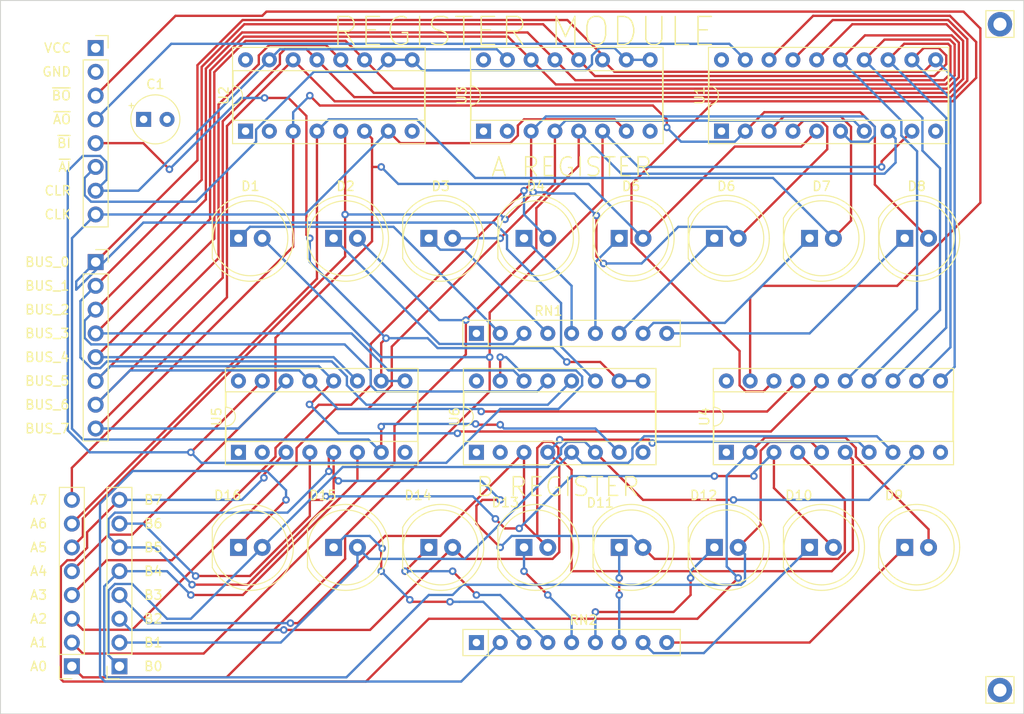
<source format=kicad_pcb>
(kicad_pcb (version 20221018) (generator pcbnew)
  (title_block (title "8bc Clock Module") (date "2023-02-28") (rev "1.0"))
  (layers (0 "F.Cu" signal) (1 "In1.Cu" power "GND") (2 "In2.Cu" power "VCC") (31 "B.Cu" signal) (34 "B.Paste" user) (35 "F.Paste" user) (36 "B.SilkS" user "B.Silkscreen") (37 "F.SilkS" user "F.Silkscreen") (38 "B.Mask" user) (39 "F.Mask" user) (44 "Edge.Cuts" user))
  (net 0 "")
  (net 1 "+5V")
  (net 2 "GND")
  (net 3 "Net-(D1-K)")
  (net 4 "BUS_0")
  (net 5 "Net-(D2-K)")
  (net 6 "BUS_1")
  (net 7 "Net-(D3-K)")
  (net 8 "BUS_2")
  (net 9 "Net-(D4-K)")
  (net 10 "BUS_3")
  (net 11 "Net-(D5-K)")
  (net 12 "BUS_4")
  (net 13 "Net-(D6-K)")
  (net 14 "BUS_5")
  (net 15 "Net-(D7-K)")
  (net 16 "BUS_6")
  (net 17 "Net-(D8-K)")
  (net 18 "BUS_7")
  (net 19 "Net-(D9-K)")
  (net 20 "Net-(D10-K)")
  (net 21 "Net-(D11-K)")
  (net 22 "Net-(D12-K)")
  (net 23 "Net-(D13-K)")
  (net 24 "Net-(D14-K)")
  (net 25 "Net-(D15-K)")
  (net 26 "Net-(D16-K)")
  (net 27 "~{BO}")
  (net 28 "~{AO}")
  (net 29 "~{BI}")
  (net 30 "~{AI}")
  (net 31 "CLR")
  (net 32 "CLK")
  (net 33 "A0")
  (net 34 "A1")
  (net 35 "A2")
  (net 36 "A3")
  (net 37 "A4")
  (net 38 "A5")
  (net 39 "A6")
  (net 40 "A7")
  (net 41 "B7")
  (net 42 "B6")
  (net 43 "B5")
  (net 44 "B4")
  (net 45 "B3")
  (net 46 "B2")
  (net 47 "B1")
  (net 48 "B0")
  (footprint "LED_THT:LED_D8.0mm" (layer "F.Cu") (at 116.84 60.96)
    (fp_text reference "D1")
    (fp_text value "RED")
  )
  (footprint "Package_DIP:DIP-16_W7.62mm_Socket" (layer "F.Cu") (at 142.24 83.82 90)
    (fp_text reference "U6")
    (fp_text value "74LS173")
  )
  (footprint "LED_THT:LED_D8.0mm" (layer "F.Cu") (at 137.16 60.96)
    (fp_text reference "D3")
    (fp_text value "RED")
  )
  (footprint "Package_DIP:DIP-16_W7.62mm_Socket" (layer "F.Cu") (at 117.6 49.52 90)
    (fp_text reference "U2")
    (fp_text value "74LS173")
  )
  (footprint "Package_DIP:DIP-20_W7.62mm_Socket" (layer "F.Cu") (at 168.4 49.52 90)
    (fp_text reference "U1")
    (fp_text value "74LS245")
  )
  (footprint "Connector_PinSocket_2.54mm:PinSocket_1x08_P2.54mm_Vertical" (layer "F.Cu") (at 99.06 106.68 180)
    (fp_text reference "J3" hide)
    (fp_text value "Conn_01x08_Pin" hide)
  )
  (footprint "LED_THT:LED_D8.0mm" (layer "F.Cu") (at 167.64 60.96)
    (fp_text reference "D6")
    (fp_text value "RED")
  )
  (footprint "Package_DIP:DIP-16_W7.62mm_Socket" (layer "F.Cu") (at 143 49.52 90)
    (fp_text reference "U3")
    (fp_text value "74LS173")
  )
  (footprint "Package_DIP:DIP-16_W7.62mm_Socket" (layer "F.Cu") (at 116.84 83.82 90)
    (fp_text reference "U5")
    (fp_text value "74LS173")
  )
  (footprint "LED_THT:LED_D8.0mm" (layer "F.Cu") (at 187.96 93.98)
    (fp_text reference "D9")
    (fp_text value "RED")
  )
  (footprint "Connector_PinSocket_2.54mm:PinSocket_1x08_P2.54mm_Vertical" (layer "F.Cu") (at 101.6 40.64)
    (fp_text reference "J2" hide)
    (fp_text value "Conn_01x08_Pin" hide)
  )
  (footprint "Connector_PinSocket_2.54mm:PinSocket_1x08_P2.54mm_Vertical" (layer "F.Cu") (at 104.14 106.68 180)
    (fp_text reference "J4" hide)
    (fp_text value "Conn_01x08_Pin" hide)
  )
  (footprint "LED_THT:LED_D8.0mm" (layer "F.Cu") (at 167.64 93.98)
    (fp_text reference "D12")
    (fp_text value "RED")
  )
  (footprint "LED_THT:LED_D8.0mm" (layer "F.Cu") (at 116.84 93.98)
    (fp_text reference "D16")
    (fp_text value "RED")
  )
  (footprint "LED_THT:LED_D8.0mm" (layer "F.Cu") (at 137.16 93.98)
    (fp_text reference "D14")
    (fp_text value "RED")
  )
  (footprint "LED_THT:LED_D8.0mm" (layer "F.Cu") (at 157.48 60.96)
    (fp_text reference "D5")
    (fp_text value "RED")
  )
  (footprint "LED_THT:LED_D8.0mm" (layer "F.Cu") (at 127 93.98)
    (fp_text reference "D15")
    (fp_text value "RED")
  )
  (footprint "Resistor_THT:R_Array_SIP9" (layer "F.Cu") (at 142.24 104.14)
    (fp_text reference "RN2")
    (fp_text value "220")
  )
  (footprint "LED_THT:LED_D8.0mm" (layer "F.Cu") (at 187.96 60.96)
    (fp_text reference "D8")
    (fp_text value "RED")
  )
  (footprint "Resistor_THT:R_Array_SIP9" (layer "F.Cu") (at 142.24 71.12)
    (fp_text reference "RN1")
    (fp_text value "220")
  )
  (footprint "Connector_PinSocket_2.54mm:PinSocket_1x08_P2.54mm_Vertical" (layer "F.Cu") (at 101.6 63.5)
    (fp_text reference "J1" hide)
    (fp_text value "Conn_01x08_Pin" hide)
  )
  (footprint "LED_THT:LED_D8.0mm" (layer "F.Cu") (at 147.32 60.96)
    (fp_text reference "D4")
    (fp_text value "RED")
  )
  (footprint "Connector_Pin:Pin_D1.4mm_L8.5mm_W2.8mm_FlatFork" (layer "F.Cu") (at 198.12 38.1 180)
    (fp_text reference "REF**" hide)
    (fp_text value "Pin_D1.4mm_L8.5mm_W2.8mm_FlatFork" hide)
  )
  (footprint "Connector_Pin:Pin_D1.4mm_L8.5mm_W2.8mm_FlatFork" (layer "F.Cu") (at 198.12 109.22 180)
    (fp_text reference "REF**" hide)
    (fp_text value "Pin_D1.4mm_L8.5mm_W2.8mm_FlatFork" hide)
  )
  (footprint "Capacitor_THT:CP_Radial_Tantal_D5.0mm_P2.50mm" (layer "F.Cu") (at 106.72 48.26)
    (fp_text reference "C1")
    (fp_text value "0.1uF")
  )
  (footprint "Package_DIP:DIP-20_W7.62mm_Socket" (layer "F.Cu") (at 168.915 83.82 90)
    (fp_text reference "U4")
    (fp_text value "74LS245")
  )
  (footprint "LED_THT:LED_D8.0mm" (layer "F.Cu") (at 147.32 93.98)
    (fp_text reference "D13")
    (fp_text value "RED")
  )
  (footprint "LED_THT:LED_D8.0mm" (layer "F.Cu") (at 177.8 60.96)
    (fp_text reference "D7")
    (fp_text value "RED")
  )
  (footprint "LED_THT:LED_D8.0mm" (layer "F.Cu") (at 177.8 93.98)
    (fp_text reference "D10")
    (fp_text value "RED")
  )
  (footprint "LED_THT:LED_D8.0mm" (layer "F.Cu") (at 127 60.96)
    (fp_text reference "D2")
    (fp_text value "RED")
  )
  (footprint "LED_THT:LED_D8.0mm" (layer "F.Cu") (at 157.48 93.98)
    (fp_text reference "D11")
    (fp_text value "RED")
  )
  (gr_rect (start 91.44 35.56) (end 200.66 111.76) (stroke (width 0.1)) (fill none) (layer "Edge.Cuts"))
  (gr_text "A5" (at 96.52 93.98) (layer "F.SilkS") (effects (font (size 1 1)) (justify right)))
  (gr_text "B6" (at 106.68 91.44) (layer "F.SilkS") (effects (font (size 1 1)) (justify left)))
  (gr_text "A3" (at 96.52 99.06) (layer "F.SilkS") (effects (font (size 1 1)) (justify right)))
  (gr_text "CLR" (at 99.06 55.88) (layer "F.SilkS") (effects (font (size 1 1)) (justify right)))
  (gr_text "BUS_4" (at 93.98 73.66) (layer "F.SilkS") (effects (font (size 1 1)) (justify left)))
  (gr_text "BUS_6" (at 93.98 78.74) (layer "F.SilkS") (effects (font (size 1 1)) (justify left)))
  (gr_text "B0" (at 106.68 106.68) (layer "F.SilkS") (effects (font (size 1 1)) (justify left)))
  (gr_text "BUS_1" (at 93.98 66.04) (layer "F.SilkS") (effects (font (size 1 1)) (justify left)))
  (gr_text "A7" (at 96.52 88.9) (layer "F.SilkS") (effects (font (size 1 1)) (justify right)))
  (gr_text "B REGISTER" (at 150.942705 87.507266) (layer "F.SilkS") (effects (font (size 2 2))))
  (gr_text "BUS_3" (at 93.98 71.12) (layer "F.SilkS") (effects (font (size 1 1)) (justify left)))
  (gr_text "B5" (at 106.68 93.98) (layer "F.SilkS") (effects (font (size 1 1)) (justify left)))
  (gr_text "CLK" (at 99.06 58.42) (layer "F.SilkS") (effects (font (size 1 1)) (justify right)))
  (gr_text "B7" (at 106.68 88.9) (layer "F.SilkS") (effects (font (size 1 1)) (justify left)))
  (gr_text "~{AI}" (at 99.06 53.34) (layer "F.SilkS") (effects (font (size 1 1)) (justify right)))
  (gr_text "BUS_2" (at 93.98 68.58) (layer "F.SilkS") (effects (font (size 1 1)) (justify left)))
  (gr_text "BUS_5" (at 93.98 76.2) (layer "F.SilkS") (effects (font (size 1 1)) (justify left)))
  (gr_text "B2" (at 106.68 101.6) (layer "F.SilkS") (effects (font (size 1 1)) (justify left)))
  (gr_text "A6" (at 96.52 91.44) (layer "F.SilkS") (effects (font (size 1 1)) (justify right)))
  (gr_text "A1" (at 96.52 104.14) (layer "F.SilkS") (effects (font (size 1 1)) (justify right)))
  (gr_text "B3" (at 106.68 99.06) (layer "F.SilkS") (effects (font (size 1 1)) (justify left)))
  (gr_text "BUS_0" (at 93.98 63.5) (layer "F.SilkS") (effects (font (size 1 1)) (justify left)))
  (gr_text "A0" (at 96.52 106.68) (layer "F.SilkS") (effects (font (size 1 1)) (justify right)))
  (gr_text "~{BI}" (at 99.06 50.8) (layer "F.SilkS") (effects (font (size 1 1)) (justify right)))
  (gr_text "A4" (at 96.52 96.52) (layer "F.SilkS") (effects (font (size 1 1)) (justify right)))
  (gr_text "REGISTER MODULE" (at 147.32 40.64) (layer "F.SilkS") (effects (font (size 3 3)) (justify bottom)))
  (gr_text "B4" (at 106.68 96.52) (layer "F.SilkS") (effects (font (size 1 1)) (justify left)))
  (gr_text "B1" (at 106.68 104.14) (layer "F.SilkS") (effects (font (size 1 1)) (justify left)))
  (gr_text "GND" (at 99.06 43.18) (layer "F.SilkS") (effects (font (size 1 1)) (justify right)))
  (gr_text "A REGISTER" (at 152.4 53.34) (layer "F.SilkS") (effects (font (size 2 2))))
  (gr_text "BUS_7" (at 93.98 81.28) (layer "F.SilkS") (effects (font (size 1 1)) (justify left)))
  (gr_text "VCC\n" (at 99.06 40.64) (layer "F.SilkS") (effects (font (size 1 1)) (justify right)))
  (gr_text "A2" (at 96.52 101.6) (layer "F.SilkS") (effects (font (size 1 1)) (justify right)))
  (gr_text "~{BO}" (at 99.06 45.72) (layer "F.SilkS") (effects (font (size 1 1)) (justify right)))
  (gr_text "~{AO}" (at 99.06 48.26) (layer "F.SilkS") (effects (font (size 1 1)) (justify right)))
  (segment (start 133.395 59.735) (end 118.065 59.735) (width 0.25) (layer "B.Cu") (net 3))
  (segment (start 118.065 59.735) (end 116.84 60.96) (width 0.25) (layer "B.Cu") (net 3))
  (segment (start 144.78 71.12) (end 133.395 59.735) (width 0.25) (layer "B.Cu") (net 3))
  (segment (start 155.7 41.9) (end 156.98 43.18) (width 0.25) (layer "F.Cu") (net 4))
  (segment (start 101.6 63.5) (end 112.465 52.635) (width 0.25) (layer "F.Cu") (net 4))
  (segment (start 112.465 52.635) (end 112.465 42.469416) (width 0.25) (layer "F.Cu") (net 4))
  (segment (start 155.7 41.4) (end 155.7 41.9) (width 0.25) (layer "F.Cu") (net 4))
  (segment (start 117.284416 37.65) (end 151.95 37.65) (width 0.25) (layer "F.Cu") (net 4))
  (segment (start 156.98 43.18) (end 189.98 43.18) (width 0.25) (layer "F.Cu") (net 4))
  (segment (start 112.465 42.469416) (end 117.284416 37.65) (width 0.25) (layer "F.Cu") (net 4))
  (segment (start 151.95 37.65) (end 155.7 41.4) (width 0.25) (layer "F.Cu") (net 4))
  (segment (start 189.98 43.18) (end 191.26 41.9) (width 0.25) (layer "F.Cu") (net 4))
  (segment (start 144.130305 59.285) (end 145.505 60.659695) (width 0.25) (layer "B.Cu") (net 4))
  (segment (start 193.285 43.925) (end 191.26 41.9) (width 0.25) (layer "B.Cu") (net 4))
  (segment (start 151.275 72.535) (end 154.94 76.2) (width 0.25) (layer "B.Cu") (net 4))
  (segment (start 106.693299 59.285) (end 144.130305 59.285) (width 0.25) (layer "B.Cu") (net 4))
  (segment (start 99.525 66.453299) (end 106.693299 59.285) (width 0.25) (layer "B.Cu") (net 4))
  (segment (start 99.525 65.575) (end 99.525 66.453299) (width 0.25) (layer "B.Cu") (net 4))
  (segment (start 145.505 60.659695) (end 145.505 62.109695) (width 0.25) (layer "B.Cu") (net 4))
  (segment (start 151.275 67.879695) (end 151.275 72.535) (width 0.25) (layer "B.Cu") (net 4))
  (segment (start 191.775 76.2) (end 193.285 74.69) (width 0.25) (layer "B.Cu") (net 4))
  (segment (start 145.505 62.109695) (end 151.275 67.879695) (width 0.25) (layer "B.Cu") (net 4))
  (segment (start 193.285 74.69) (end 193.285 43.925) (width 0.25) (layer "B.Cu") (net 4))
  (segment (start 101.6 63.5) (end 99.525 65.575) (width 0.25) (layer "B.Cu") (net 4))
  (segment (start 146.195 72.245) (end 138.285 72.245) (width 0.25) (layer "B.Cu") (net 5))
  (segment (start 147.32 71.12) (end 146.195 72.245) (width 0.25) (layer "B.Cu") (net 5))
  (segment (start 138.285 72.245) (end 127 60.96) (width 0.25) (layer "B.Cu") (net 5))
  (segment (start 191.120991 43.63) (end 192.385 42.365991) (width 0.25) (layer "F.Cu") (net 6))
  (segment (start 112.915 42.655812) (end 117.470812 38.1) (width 0.25) (layer "F.Cu") (net 6))
  (segment (start 112.915 54.725) (end 112.915 42.655812) (width 0.25) (layer "F.Cu") (net 6))
  (segment (start 189.98 40.64) (end 188.72 41.9) (width 0.25) (layer "F.Cu") (net 6))
  (segment (start 191.590991 40.64) (end 189.98 40.64) (width 0.25) (layer "F.Cu") (net 6))
  (segment (start 154.89 43.63) (end 191.120991 43.63) (width 0.25) (layer "F.Cu") (net 6))
  (segment (start 192.385 42.365991) (end 192.385 41.434009) (width 0.25) (layer "F.Cu") (net 6))
  (segment (start 192.385 41.434009) (end 191.590991 40.64) (width 0.25) (layer "F.Cu") (net 6))
  (segment (start 117.470812 38.1) (end 149.36 38.1) (width 0.25) (layer "F.Cu") (net 6))
  (segment (start 149.36 38.1) (end 153.16 41.9) (width 0.25) (layer "F.Cu") (net 6))
  (segment (start 153.16 41.9) (end 154.89 43.63) (width 0.25) (layer "F.Cu") (net 6))
  (segment (start 101.6 66.04) (end 112.915 54.725) (width 0.25) (layer "F.Cu") (net 6))
  (segment (start 149.86 78.74) (end 152.4 76.2) (width 0.25) (layer "B.Cu") (net 6))
  (segment (start 101.113299 74.835) (end 102.086701 74.835) (width 0.25) (layer "B.Cu") (net 6))
  (segment (start 99.975 67.665) (end 99.975 73.696701) (width 0.25) (layer "B.Cu") (net 6))
  (segment (start 128.415 75.734009) (end 128.415 76.665991) (width 0.25) (layer "B.Cu") (net 6))
  (segment (start 126.790991 74.11) (end 128.415 75.734009) (width 0.25) (layer "B.Cu") (net 6))
  (segment (start 192.835 72.6) (end 189.235 76.2) (width 0.25) (layer "B.Cu") (net 6))
  (segment (start 102.811701 74.11) (end 126.790991 74.11) (width 0.25) (layer "B.Cu") (net 6))
  (segment (start 102.086701 74.835) (end 102.811701 74.11) (width 0.25) (layer "B.Cu") (net 6))
  (segment (start 99.975 73.696701) (end 101.113299 74.835) (width 0.25) (layer "B.Cu") (net 6))
  (segment (start 192.835 46.015) (end 192.835 72.6) (width 0.25) (layer "B.Cu") (net 6))
  (segment (start 188.72 41.9) (end 192.835 46.015) (width 0.25) (layer "B.Cu") (net 6))
  (segment (start 128.415 76.665991) (end 130.489009 78.74) (width 0.25) (layer "B.Cu") (net 6))
  (segment (start 130.489009 78.74) (end 149.86 78.74) (width 0.25) (layer "B.Cu") (net 6))
  (segment (start 101.6 66.04) (end 99.975 67.665) (width 0.25) (layer "B.Cu") (net 6))
  (segment (start 140.925 62.185) (end 138.385 62.185) (width 0.25) (layer "B.Cu") (net 7))
  (segment (start 149.86 71.12) (end 140.925 62.185) (width 0.25) (layer "B.Cu") (net 7))
  (segment (start 138.385 62.185) (end 137.16 60.96) (width 0.25) (layer "B.Cu") (net 7))
  (segment (start 147.695 38.975) (end 150.62 41.9) (width 0.25) (layer "F.Cu") (net 8))
  (segment (start 150.62 41.9) (end 152.8 44.08) (width 0.25) (layer "F.Cu") (net 8))
  (segment (start 192.59 40.19) (end 187.89 40.19) (width 0.25) (layer "F.Cu") (net 8))
  (segment (start 113.365 42.842208) (end 117.232208 38.975) (width 0.25) (layer "F.Cu") (net 8))
  (segment (start 113.365 56.815) (end 113.365 42.842208) (width 0.25) (layer "F.Cu") (net 8))
  (segment (start 187.89 40.19) (end 186.18 41.9) (width 0.25) (layer "F.Cu") (net 8))
  (segment (start 192.14 44.08) (end 192.835 43.385) (width 0.25) (layer "F.Cu") (net 8))
  (segment (start 192.835 40.435) (end 192.59 40.19) (width 0.25) (layer "F.Cu") (net 8))
  (segment (start 117.232208 38.975) (end 147.695 38.975) (width 0.25) (layer "F.Cu") (net 8))
  (segment (start 192.835 43.385) (end 192.835 40.435) (width 0.25) (layer "F.Cu") (net 8))
  (segment (start 101.6 68.58) (end 113.365 56.815) (width 0.25) (layer "F.Cu") (net 8))
  (segment (start 152.8 44.08) (end 192.14 44.08) (width 0.25) (layer "F.Cu") (net 8))
  (segment (start 100.425 71.606701) (end 101.113299 72.295) (width 0.25) (layer "B.Cu") (net 8))
  (segment (start 101.6 68.58) (end 100.425 69.755) (width 0.25) (layer "B.Cu") (net 8))
  (segment (start 130.955 75.075) (end 130.955 76.665991) (width 0.25) (layer "B.Cu") (net 8))
  (segment (start 128.175 72.295) (end 130.955 75.075) (width 0.25) (layer "B.Cu") (net 8))
  (segment (start 101.113299 72.295) (end 128.175 72.295) (width 0.25) (layer "B.Cu") (net 8))
  (segment (start 186.695 76.2) (end 192.385 70.51) (width 0.25) (layer "B.Cu") (net 8))
  (segment (start 100.425 69.755) (end 100.425 71.606701) (width 0.25) (layer "B.Cu") (net 8))
  (segment (start 192.385 70.51) (end 192.385 48.105) (width 0.25) (layer "B.Cu") (net 8))
  (segment (start 130.955 76.665991) (end 131.614009 77.325) (width 0.25) (layer "B.Cu") (net 8))
  (segment (start 148.735 77.325) (end 149.86 76.2) (width 0.25) (layer "B.Cu") (net 8))
  (segment (start 192.385 48.105) (end 186.18 41.9) (width 0.25) (layer "B.Cu") (net 8))
  (segment (start 131.614009 77.325) (end 148.735 77.325) (width 0.25) (layer "B.Cu") (net 8))
  (segment (start 152.4 71.12) (end 152.4 66.04) (width 0.25) (layer "B.Cu") (net 9))
  (segment (start 152.4 66.04) (end 147.32 60.96) (width 0.25) (layer "B.Cu") (net 9))
  (segment (start 101.6 71.12) (end 113.815 58.905) (width 0.25) (layer "F.Cu") (net 10))
  (segment (start 192.326396 44.53) (end 193.285 43.571396) (width 0.25) (layer "F.Cu") (net 10))
  (segment (start 192.776396 39.74) (end 185.8 39.74) (width 0.25) (layer "F.Cu") (net 10))
  (segment (start 117.418604 39.425) (end 145.605 39.425) (width 0.25) (layer "F.Cu") (net 10))
  (segment (start 113.815 58.905) (end 113.815 43.028604) (width 0.25) (layer "F.Cu") (net 10))
  (segment (start 113.815 43.028604) (end 117.418604 39.425) (width 0.25) (layer "F.Cu") (net 10))
  (segment (start 193.285 40.248604) (end 192.776396 39.74) (width 0.25) (layer "F.Cu") (net 10))
  (segment (start 185.8 39.74) (end 183.64 41.9) (width 0.25) (layer "F.Cu") (net 10))
  (segment (start 145.605 39.425) (end 148.08 41.9) (width 0.25) (layer "F.Cu") (net 10))
  (segment (start 193.285 43.571396) (end 193.285 40.248604) (width 0.25) (layer "F.Cu") (net 10))
  (segment (start 148.08 41.9) (end 150.71 44.53) (width 0.25) (layer "F.Cu") (net 10))
  (segment (start 150.71 44.53) (end 192.326396 44.53) (width 0.25) (layer "F.Cu") (net 10))
  (segment (start 189.845 51.599595) (end 189.845 48.105) (width 0.25) (layer "B.Cu") (net 10))
  (segment (start 184.155 76.2) (end 191.725 68.63) (width 0.25) (layer "B.Cu") (net 10))
  (segment (start 191.725 53.479595) (end 189.845 51.599595) (width 0.25) (layer "B.Cu") (net 10))
  (segment (start 101.6 71.12) (end 128.903604 71.12) (width 0.25) (layer "B.Cu") (net 10))
  (segment (start 189.845 48.105) (end 183.64 41.9) (width 0.25) (layer "B.Cu") (net 10))
  (segment (start 132.858604 75.075) (end 146.195 75.075) (width 0.25) (layer "B.Cu") (net 10))
  (segment (start 191.725 68.63) (end 191.725 53.479595) (width 0.25) (layer "B.Cu") (net 10))
  (segment (start 146.195 75.075) (end 147.32 76.2) (width 0.25) (layer "B.Cu") (net 10))
  (segment (start 128.903604 71.12) (end 132.858604 75.075) (width 0.25) (layer "B.Cu") (net 10))
  (segment (start 154.94 71.12) (end 154.94 63.5) (width 0.25) (layer "B.Cu") (net 11))
  (segment (start 154.94 63.5) (end 157.48 60.96) (width 0.25) (layer "B.Cu") (net 11))
  (segment (start 128.275 39.875) (end 130.3 41.9) (width 0.25) (layer "F.Cu") (net 12))
  (segment (start 192.962792 39.29) (end 183.71 39.29) (width 0.25) (layer "F.Cu") (net 12))
  (segment (start 193.735 43.757792) (end 193.735 40.062208) (width 0.25) (layer "F.Cu") (net 12))
  (segment (start 192.512792 44.98) (end 193.735 43.757792) (width 0.25) (layer "F.Cu") (net 12))
  (segment (start 101.6 73.66) (end 114.265 60.995) (width 0.25) (layer "F.Cu") (net 12))
  (segment (start 193.735 40.062208) (end 192.962792 39.29) (width 0.25) (layer "F.Cu") (net 12))
  (segment (start 114.265 43.215) (end 117.605 39.875) (width 0.25) (layer "F.Cu") (net 12))
  (segment (start 117.605 39.875) (end 128.275 39.875) (width 0.25) (layer "F.Cu") (net 12))
  (segment (start 130.3 41.9) (end 133.38 44.98) (width 0.25) (layer "F.Cu") (net 12))
  (segment (start 133.38 44.98) (end 192.512792 44.98) (width 0.25) (layer "F.Cu") (net 12))
  (segment (start 183.71 39.29) (end 181.1 41.9) (width 0.25) (layer "F.Cu") (net 12))
  (segment (start 114.265 60.995) (end 114.265 43.215) (width 0.25) (layer "F.Cu") (net 12))
  (segment (start 101.6 73.66) (end 127 73.66) (width 0.25) (layer "B.Cu") (net 12))
  (segment (start 189.275 51.665991) (end 187.595 49.985991) (width 0.25) (layer "B.Cu") (net 12))
  (segment (start 181.615 76.2) (end 189.275 68.54) (width 0.25) (layer "B.Cu") (net 12))
  (segment (start 187.595 49.985991) (end 187.595 48.395) (width 0.25) (layer "B.Cu") (net 12))
  (segment (start 127 73.66) (end 129.54 76.2) (width 0.25) (layer "B.Cu") (net 12))
  (segment (start 189.275 68.54) (end 189.275 51.665991) (width 0.25) (layer "B.Cu") (net 12))
  (segment (start 187.595 48.395) (end 181.1 41.9) (width 0.25) (layer "B.Cu") (net 12))
  (segment (start 157.48 71.12) (end 167.64 60.96) (width 0.25) (layer "B.Cu") (net 13))
  (segment (start 179.075 76.2) (end 173.676802 81.598198) (width 0.25) (layer "F.Cu") (net 14))
  (segment (start 192.699188 45.43) (end 194.185 43.944188) (width 0.25) (layer "F.Cu") (net 14))
  (segment (start 182.36 38.1) (end 178.56 41.9) (width 0.25) (layer "F.Cu") (net 14))
  (segment (start 124.422205 78.702205) (end 124.497795 78.702205) (width 0.25) (layer "F.Cu") (net 14))
  (segment (start 192.409188 38.1) (end 182.36 38.1) (width 0.25) (layer "F.Cu") (net 14))
  (segment (start 119.015 41.434009) (end 120.124009 40.325) (width 0.25) (layer "F.Cu") (net 14))
  (segment (start 120.124009 40.325) (end 126.185 40.325) (width 0.25) (layer "F.Cu") (net 14))
  (segment (start 127.76 41.9) (end 131.29 45.43) (width 0.25) (layer "F.Cu") (net 14))
  (segment (start 126.185 40.325) (end 127.76 41.9) (width 0.25) (layer "F.Cu") (net 14))
  (segment (start 194.185 43.944188) (end 194.185 39.875812) (width 0.25) (layer "F.Cu") (net 14))
  (segment (start 131.29 45.43) (end 192.699188 45.43) (width 0.25) (layer "F.Cu") (net 14))
  (segment (start 101.6 76.2) (end 114.715 63.085) (width 0.25) (layer "F.Cu") (net 14))
  (segment (start 114.715 46.665991) (end 119.015 42.365991) (width 0.25) (layer "F.Cu") (net 14))
  (segment (start 119.015 42.365991) (end 119.015 41.434009) (width 0.25) (layer "F.Cu") (net 14))
  (segment (start 173.676802 81.598198) (end 140.406402 81.598198) (width 0.25) (layer "F.Cu") (net 14))
  (segment (start 114.715 63.085) (end 114.715 46.665991) (width 0.25) (layer "F.Cu") (net 14))
  (segment (start 194.185 39.875812) (end 192.409188 38.1) (width 0.25) (layer "F.Cu") (net 14))
  (segment (start 124.497795 78.702205) (end 127 76.2) (width 0.25) (layer "F.Cu") (net 14))
  (segment (start 140.406402 81.598198) (end 140.2123 81.7923) (width 0.25) (layer "F.Cu") (net 14))
  (via (at 140.2123 81.7923) (size 0.8) (drill 0.4) (layers "F.Cu" "B.Cu") (net 14))
  (via (at 124.422205 78.702205) (size 0.8) (drill 0.4) (layers "F.Cu" "B.Cu") (net 14))
  (segment (start 127.5123 81.7923) (end 124.46 78.74) (width 0.25) (layer "B.Cu") (net 14))
  (segment (start 140.2123 81.7923) (end 127.5123 81.7923) (width 0.25) (layer "B.Cu") (net 14))
  (segment (start 101.6 76.2) (end 103.175 74.625) (width 0.25) (layer "B.Cu") (net 14))
  (segment (start 125.425 74.625) (end 127 76.2) (width 0.25) (layer "B.Cu") (net 14))
  (segment (start 103.175 74.625) (end 125.425 74.625) (width 0.25) (layer "B.Cu") (net 14))
  (segment (start 124.46 78.74) (end 124.422205 78.702205) (width 0.25) (layer "B.Cu") (net 14))
  (segment (start 160.02 71.12) (end 161.145 69.995) (width 0.25) (layer "B.Cu") (net 15))
  (segment (start 168.765 69.995) (end 177.8 60.96) (width 0.25) (layer "B.Cu") (net 15))
  (segment (start 161.145 69.995) (end 168.765 69.995) (width 0.25) (layer "B.Cu") (net 15))
  (segment (start 129.2 45.88) (end 192.885584 45.88) (width 0.25) (layer "F.Cu") (net 16))
  (segment (start 192.885584 45.88) (end 194.635 44.130584) (width 0.25) (layer "F.Cu") (net 16))
  (segment (start 125.22 41.9) (end 129.2 45.88) (width 0.25) (layer "F.Cu") (net 16))
  (segment (start 124.095 40.775) (end 125.22 41.9) (width 0.25) (layer "F.Cu") (net 16))
  (segment (start 121.785 40.775) (end 124.095 40.775) (width 0.25) (layer "F.Cu") (net 16))
  (segment (start 121.265 41.295) (end 121.785 40.775) (width 0.25) (layer "F.Cu") (net 16))
  (segment (start 176.535 76.2) (end 173.2705 79.4645) (width 0.25) (layer "F.Cu") (net 16))
  (segment (start 180.27 37.65) (end 176.02 41.9) (width 0.25) (layer "F.Cu") (net 16))
  (segment (start 115.165 48.465991) (end 121.265 42.365991) (width 0.25) (layer "F.Cu") (net 16))
  (segment (start 121.265 42.365991) (end 121.265 41.295) (width 0.25) (layer "F.Cu") (net 16))
  (segment (start 192.595584 37.65) (end 180.27 37.65) (width 0.25) (layer "F.Cu") (net 16))
  (segment (start 101.6 78.74) (end 115.165 65.175) (width 0.25) (layer "F.Cu") (net 16))
  (segment (start 115.165 65.175) (end 115.165 48.465991) (width 0.25) (layer "F.Cu") (net 16))
  (segment (start 194.635 44.130584) (end 194.635 39.689416) (width 0.25) (layer "F.Cu") (net 16))
  (segment (start 194.635 39.689416) (end 192.595584 37.65) (width 0.25) (layer "F.Cu") (net 16))
  (segment (start 173.2705 79.4645) (end 142.7523 79.4645) (width 0.25) (layer "F.Cu") (net 16))
  (via (at 142.7523 79.4645) (size 0.8) (drill 0.4) (layers "F.Cu" "B.Cu") (net 16))
  (segment (start 105.265 75.075) (end 123.335 75.075) (width 0.25) (layer "B.Cu") (net 16))
  (segment (start 142.7523 79.4645) (end 142.7523 79.2523) (width 0.25) (layer "B.Cu") (net 16))
  (segment (start 142.7523 79.2523) (end 142.69 79.19) (width 0.25) (layer "B.Cu") (net 16))
  (segment (start 123.335 75.075) (end 124.46 76.2) (width 0.25) (layer "B.Cu") (net 16))
  (segment (start 127.45 79.19) (end 124.46 76.2) (width 0.25) (layer "B.Cu") (net 16))
  (segment (start 142.69 79.19) (end 127.45 79.19) (width 0.25) (layer "B.Cu") (net 16))
  (segment (start 101.6 78.74) (end 105.265 75.075) (width 0.25) (layer "B.Cu") (net 16))
  (segment (start 177.8 71.12) (end 187.96 60.96) (width 0.25) (layer "B.Cu") (net 17))
  (segment (start 162.56 71.12) (end 177.8 71.12) (width 0.25) (layer "B.Cu") (net 17))
  (segment (start 122.68 41.9) (end 127.11 46.33) (width 0.25) (layer "F.Cu") (net 18))
  (segment (start 170.33 73.002412) (end 158.795 61.467412) (width 0.25) (layer "F.Cu") (net 18))
  (segment (start 178.18 37.2) (end 173.48 41.9) (width 0.25) (layer "F.Cu") (net 18))
  (segment (start 173.995 76.2) (end 172.87 77.325) (width 0.25) (layer "F.Cu") (net 18))
  (segment (start 193.07198 46.33) (end 195.58 43.82198) (width 0.25) (layer "F.Cu") (net 18))
  (segment (start 101.6 81.28) (end 115.615 67.265) (width 0.25) (layer "F.Cu") (net 18))
  (segment (start 195.58 43.82198) (end 195.58 39.99802) (width 0.25) (layer "F.Cu") (net 18))
  (segment (start 170.989009 77.325) (end 170.33 76.665991) (width 0.25) (layer "F.Cu") (net 18))
  (segment (start 172.87 77.325) (end 170.989009 77.325) (width 0.25) (layer "F.Cu") (net 18))
  (segment (start 158.795 61.467412) (end 158.795 55.175) (width 0.25) (layer "F.Cu") (net 18))
  (segment (start 115.615 48.965) (end 122.68 41.9) (width 0.25) (layer "F.Cu") (net 18))
  (segment (start 158.795 55.175) (end 167.64 46.33) (width 0.25) (layer "F.Cu") (net 18))
  (segment (start 127.11 46.33) (end 193.07198 46.33) (width 0.25) (layer "F.Cu") (net 18))
  (segment (start 170.33 76.665991) (end 170.33 73.002412) (width 0.25) (layer "F.Cu") (net 18))
  (segment (start 195.58 39.99802) (end 192.78198 37.2) (width 0.25) (layer "F.Cu") (net 18))
  (segment (start 115.615 67.265) (end 115.615 48.965) (width 0.25) (layer "F.Cu") (net 18))
  (segment (start 192.78198 37.2) (end 178.18 37.2) (width 0.25) (layer "F.Cu") (net 18))
  (segment (start 101.6 81.28) (end 116.84 81.28) (width 0.25) (layer "B.Cu") (net 18))
  (segment (start 116.84 81.28) (end 121.92 76.2) (width 0.25) (layer "B.Cu") (net 18))
  (segment (start 187.96 93.98) (end 177.8 104.14) (width 0.25) (layer "F.Cu") (net 19))
  (segment (start 177.8 104.14) (end 162.56 104.14) (width 0.25) (layer "F.Cu") (net 19))
  (segment (start 166.515 105.265) (end 161.145 105.265) (width 0.25) (layer "B.Cu") (net 20))
  (segment (start 161.145 105.265) (end 160.02 104.14) (width 0.25) (layer "B.Cu") (net 20))
  (segment (start 177.8 93.98) (end 166.515 105.265) (width 0.25) (layer "B.Cu") (net 20))
  (segment (start 157.48 97.245) (end 157.48 99.06) (width 0.25) (layer "F.Cu") (net 21))
  (via (at 157.48 99.06) (size 0.8) (drill 0.4) (layers "F.Cu" "B.Cu") (net 21))
  (via (at 157.48 97.245) (size 0.8) (drill 0.4) (layers "F.Cu" "B.Cu") (net 21))
  (segment (start 157.48 99.06) (end 157.48 104.14) (width 0.25) (layer "B.Cu") (net 21))
  (segment (start 157.48 93.98) (end 157.48 97.245) (width 0.25) (layer "B.Cu") (net 21))
  (segment (start 165.1 97.245) (end 165.1 99.06) (width 0.25) (layer "F.Cu") (net 22))
  (segment (start 165.1 99.06) (end 163.2845 100.8755) (width 0.25) (layer "F.Cu") (net 22))
  (segment (start 163.2845 100.8755) (end 154.94 100.8755) (width 0.25) (layer "F.Cu") (net 22))
  (via (at 165.1 97.245) (size 0.8) (drill 0.4) (layers "F.Cu" "B.Cu") (net 22))
  (via (at 154.94 100.8755) (size 0.8) (drill 0.4) (layers "F.Cu" "B.Cu") (net 22))
  (segment (start 167.64 93.98) (end 165.1 96.52) (width 0.25) (layer "B.Cu") (net 22))
  (segment (start 165.1 96.52) (end 165.1 97.245) (width 0.25) (layer "B.Cu") (net 22))
  (segment (start 154.94 100.8755) (end 154.94 104.14) (width 0.25) (layer "B.Cu") (net 22))
  (segment (start 149.86 99.06) (end 147.32 96.52) (width 0.25) (layer "F.Cu") (net 23))
  (via (at 147.32 96.52) (size 0.8) (drill 0.4) (layers "F.Cu" "B.Cu") (net 23))
  (via (at 149.86 99.06) (size 0.8) (drill 0.4) (layers "F.Cu" "B.Cu") (net 23))
  (segment (start 152.4 104.14) (end 152.4 101.6) (width 0.25) (layer "B.Cu") (net 23))
  (segment (start 147.32 96.52) (end 147.32 93.98) (width 0.25) (layer "B.Cu") (net 23))
  (segment (start 152.4 101.6) (end 149.86 99.06) (width 0.25) (layer "B.Cu") (net 23))
  (segment (start 134.62 96.52) (end 137.16 93.98) (width 0.25) (layer "F.Cu") (net 24))
  (segment (start 142.24 99.06) (end 139.7 96.52) (width 0.25) (layer "F.Cu") (net 24))
  (via (at 139.7 96.52) (size 0.8) (drill 0.4) (layers "F.Cu" "B.Cu") (net 24))
  (via (at 134.62 96.52) (size 0.8) (drill 0.4) (layers "F.Cu" "B.Cu") (net 24))
  (via (at 142.24 99.06) (size 0.8) (drill 0.4) (layers "F.Cu" "B.Cu") (net 24))
  (segment (start 149.86 104.14) (end 144.78 99.06) (width 0.25) (layer "B.Cu") (net 24))
  (segment (start 144.78 99.06) (end 142.24 99.06) (width 0.25) (layer "B.Cu") (net 24))
  (segment (start 139.7 96.52) (end 134.62 96.52) (width 0.25) (layer "B.Cu") (net 24))
  (segment (start 132.08 94.197012) (end 132.188506 94.088506) (width 0.25) (layer "F.Cu") (net 25))
  (segment (start 139.422746 99.7845) (end 135.3445 99.7845) (width 0.25) (layer "F.Cu") (net 25))
  (segment (start 132.08 96.52) (end 132.08 94.197012) (width 0.25) (layer "F.Cu") (net 25))
  (segment (start 135.3445 99.7845) (end 135.1323 99.5723) (width 0.25) (layer "F.Cu") (net 25))
  (via (at 132.188506 94.088506) (size 0.8) (drill 0.4) (layers "F.Cu" "B.Cu") (net 25))
  (via (at 135.1323 99.5723) (size 0.8) (drill 0.4) (layers "F.Cu" "B.Cu") (net 25))
  (via (at 139.422746 99.7845) (size 0.8) (drill 0.4) (layers "F.Cu" "B.Cu") (net 25))
  (via (at 132.08 96.52) (size 0.8) (drill 0.4) (layers "F.Cu" "B.Cu") (net 25))
  (segment (start 132.188506 94.088506) (end 130.855 92.755) (width 0.25) (layer "B.Cu") (net 25))
  (segment (start 128.225 92.755) (end 127 93.98) (width 0.25) (layer "B.Cu") (net 25))
  (segment (start 135.1323 99.5723) (end 132.08 96.52) (width 0.25) (layer "B.Cu") (net 25))
  (segment (start 140.4245 99.7845) (end 139.422746 99.7845) (width 0.25) (layer "B.Cu") (net 25))
  (segment (start 140.425 99.785) (end 140.4245 99.7845) (width 0.25) (layer "B.Cu") (net 25))
  (segment (start 130.855 92.755) (end 128.225 92.755) (width 0.25) (layer "B.Cu") (net 25))
  (segment (start 147.32 104.14) (end 142.965 99.785) (width 0.25) (layer "B.Cu") (net 25))
  (segment (start 142.965 99.785) (end 140.425 99.785) (width 0.25) (layer "B.Cu") (net 25))
  (segment (start 121.92 88.9) (end 116.84 93.98) (width 0.25) (layer "F.Cu") (net 26))
  (via (at 121.92 88.9) (size 0.8) (drill 0.4) (layers "F.Cu" "B.Cu") (net 26))
  (segment (start 144.78 104.14) (end 140.615 108.305) (width 0.25) (layer "B.Cu") (net 26))
  (segment (start 102.588604 108.305) (end 102.065 107.781396) (width 0.25) (layer "B.Cu") (net 26))
  (segment (start 102.065 89.313299) (end 105.560504 85.817795) (width 0.25) (layer "B.Cu") (net 26))
  (segment (start 105.560504 85.817795) (end 119.8631 85.817795) (width 0.25) (layer "B.Cu") (net 26))
  (segment (start 119.8631 85.817795) (end 121.92 87.874695) (width 0.25) (layer "B.Cu") (net 26))
  (segment (start 140.615 108.305) (end 102.588604 108.305) (width 0.25) (layer "B.Cu") (net 26))
  (segment (start 121.92 87.874695) (end 121.92 88.9) (width 0.25) (layer "B.Cu") (net 26))
  (segment (start 102.065 107.781396) (end 102.065 89.313299) (width 0.25) (layer "B.Cu") (net 26))
  (segment (start 171.455 67.305) (end 171.455 76.2) (width 0.25) (layer "F.Cu") (net 27))
  (segment (start 196.03 38.55) (end 196.03 57.162412) (width 0.25) (layer "F.Cu") (net 27))
  (segment (start 196.03 57.162412) (end 187.152412 66.04) (width 0.25) (layer "F.Cu") (net 27))
  (segment (start 119.83 36.75) (end 194.23 36.75) (width 0.25) (layer "F.Cu") (net 27))
  (segment (start 119.38 37.2) (end 119.83 36.75) (width 0.25) (layer "F.Cu") (net 27))
  (segment (start 101.6 45.72) (end 110.12 37.2) (width 0.25) (layer "F.Cu") (net 27))
  (segment (start 172.72 66.04) (end 171.455 67.305) (width 0.25) (layer "F.Cu") (net 27))
  (segment (start 187.152412 66.04) (end 172.72 66.04) (width 0.25) (layer "F.Cu") (net 27))
  (segment (start 110.12 37.2) (end 119.38 37.2) (width 0.25) (layer "F.Cu") (net 27))
  (segment (start 194.23 36.75) (end 196.03 38.55) (width 0.25) (layer "F.Cu") (net 27))
  (segment (start 109.67 40.19) (end 169.23 40.19) (width 0.25) (layer "B.Cu") (net 28))
  (segment (start 169.23 40.19) (end 170.94 41.9) (width 0.25) (layer "B.Cu") (net 28))
  (segment (start 101.6 48.26) (end 109.67 40.19) (width 0.25) (layer "B.Cu") (net 28))
  (segment (start 124.46 60.96) (end 124.095 60.595) (width 0.25) (layer "F.Cu") (net 29))
  (segment (start 122.172299 45.972299) (end 119.632299 45.972299) (width 0.25) (layer "F.Cu") (net 29))
  (segment (start 106.68 50.8) (end 101.6 50.8) (width 0.25) (layer "F.Cu") (net 29))
  (segment (start 132.08 72.1446) (end 132.5923 71.6323) (width 0.25) (layer "F.Cu") (net 29))
  (segment (start 132.08 76.2) (end 132.08 72.1446) (width 0.25) (layer "F.Cu") (net 29))
  (segment (start 109.472299 53.592299) (end 106.68 50.8) (width 0.25) (layer "F.Cu") (net 29))
  (segment (start 124.095 60.595) (end 124.095 47.895) (width 0.25) (layer "F.Cu") (net 29))
  (segment (start 151.8877 74.1723) (end 155.4523 74.1723) (width 0.25) (layer "F.Cu") (net 29))
  (segment (start 124.095 47.895) (end 122.172299 45.972299) (width 0.25) (layer "F.Cu") (net 29))
  (segment (start 155.4523 74.1723) (end 157.48 76.2) (width 0.25) (layer "F.Cu") (net 29))
  (via (at 132.5923 71.6323) (size 0.8) (drill 0.4) (layers "F.Cu" "B.Cu") (net 29))
  (via (at 119.632299 45.972299) (size 0.8) (drill 0.4) (layers "F.Cu" "B.Cu") (net 29))
  (via (at 151.8877 74.1723) (size 0.8) (drill 0.4) (layers "F.Cu" "B.Cu") (net 29))
  (via (at 124.46 60.96) (size 0.8) (drill 0.4) (layers "F.Cu" "B.Cu") (net 29))
  (via (at 109.472299 53.592299) (size 0.8) (drill 0.4) (layers "F.Cu" "B.Cu") (net 29))
  (segment (start 138.098604 72.695) (end 150.4104 72.695) (width 0.25) (layer "B.Cu") (net 29))
  (segment (start 150.4104 72.695) (end 151.8877 74.1723) (width 0.25) (layer "B.Cu") (net 29))
  (segment (start 137.035904 71.6323) (end 138.098604 72.695) (width 0.25) (layer "B.Cu") (net 29))
  (segment (start 132.5923 71.6323) (end 137.035904 71.6323) (width 0.25) (layer "B.Cu") (net 29))
  (segment (start 124.46 63.5) (end 124.46 60.96) (width 0.25) (layer "B.Cu") (net 29))
  (segment (start 119.632299 45.972299) (end 117.092299 45.972299) (width 0.25) (layer "B.Cu") (net 29))
  (segment (start 160.02 76.2) (end 157.48 76.2) (width 0.25) (layer "B.Cu") (net 29))
  (segment (start 134.62 76.2) (end 132.08 76.2) (width 0.25) (layer "B.Cu") (net 29))
  (segment (start 132.5923 71.6323) (end 124.46 63.5) (width 0.25) (layer "B.Cu") (net 29))
  (segment (start 117.092299 45.972299) (end 109.472299 53.592299) (width 0.25) (layer "B.Cu") (net 29))
  (segment (start 100.425 54.515) (end 100.425 56.366701) (width 0.25) (layer "B.Cu") (net 30))
  (segment (start 118.725 50.645) (end 118.725 49.344009) (width 0.25) (layer "B.Cu") (net 30))
  (segment (start 124.889009 43.18) (end 131.56 43.18) (width 0.25) (layer "B.Cu") (net 30))
  (segment (start 101.113299 57.055) (end 112.315 57.055) (width 0.25) (layer "B.Cu") (net 30))
  (segment (start 118.725 49.344009) (end 124.889009 43.18) (width 0.25) (layer "B.Cu") (net 30))
  (segment (start 112.315 57.055) (end 118.725 50.645) (width 0.25) (layer "B.Cu") (net 30))
  (segment (start 132.84 41.9) (end 135.38 41.9) (width 0.25) (layer "B.Cu") (net 30))
  (segment (start 156.98 40.64) (end 158.24 41.9) (width 0.25) (layer "B.Cu") (net 30))
  (segment (start 158.24 41.9) (end 160.78 41.9) (width 0.25) (layer "B.Cu") (net 30))
  (segment (start 154.575 42.365991) (end 154.575 41.434009) (width 0.25) (layer "B.Cu") (net 30))
  (segment (start 154.575 41.434009) (end 155.369009 40.64) (width 0.25) (layer "B.Cu") (net 30))
  (segment (start 135.38 41.9) (end 136.505 43.025) (width 0.25) (layer "B.Cu") (net 30))
  (segment (start 131.56 43.18) (end 132.84 41.9) (width 0.25) (layer "B.Cu") (net 30))
  (segment (start 136.505 43.025) (end 153.915991 43.025) (width 0.25) (layer "B.Cu") (net 30))
  (segment (start 155.369009 40.64) (end 156.98 40.64) (width 0.25) (layer "B.Cu") (net 30))
  (segment (start 153.915991 43.025) (end 154.575 42.365991) (width 0.25) (layer "B.Cu") (net 30))
  (segment (start 100.425 56.366701) (end 101.113299 57.055) (width 0.25) (layer "B.Cu") (net 30))
  (segment (start 101.6 53.34) (end 100.425 54.515) (width 0.25) (layer "B.Cu") (net 30))
  (segment (start 144.78 73.66) (end 144.78 76.2) (width 0.25) (layer "F.Cu") (net 31))
  (segment (start 111.76 83.82) (end 119.38 76.2) (width 0.25) (layer "F.Cu") (net 31))
  (via (at 111.76 83.82) (size 0.8) (drill 0.4) (layers "F.Cu" "B.Cu") (net 31))
  (via (at 144.78 73.66) (size 0.8) (drill 0.4) (layers "F.Cu" "B.Cu") (net 31))
  (segment (start 139.025 84.945) (end 144.78 79.19) (width 0.25) (layer "B.Cu") (net 31))
  (segment (start 101.6 55.88) (end 106.16 55.88) (width 0.25) (layer "B.Cu") (net 31))
  (segment (start 112.885 84.945) (end 139.025 84.945) (width 0.25) (layer "B.Cu") (net 31))
  (segment (start 102.086701 52.165) (end 100.235 52.165) (width 0.25) (layer "B.Cu") (net 31))
  (segment (start 101.6 55.88) (end 102.775 54.705) (width 0.25) (layer "B.Cu") (net 31))
  (segment (start 146.831396 75.075) (end 145.416396 73.66) (width 0.25) (layer "B.Cu") (net 31))
  (segment (start 145.416396 73.66) (end 144.78 73.66) (width 0.25) (layer "B.Cu") (net 31))
  (segment (start 100.235 52.165) (end 98.625 53.775) (width 0.25) (layer "B.Cu") (net 31))
  (segment (start 100.963604 83.82) (end 111.76 83.82) (width 0.25) (layer "B.Cu") (net 31))
  (segment (start 102.775 54.705) (end 102.775 52.853299) (width 0.25) (layer "B.Cu") (net 31))
  (segment (start 152.865991 75.075) (end 146.831396 75.075) (width 0.25) (layer "B.Cu") (net 31))
  (segment (start 153.525 76.665991) (end 153.525 75.734009) (width 0.25) (layer "B.Cu") (net 31))
  (segment (start 120.14 41.9) (end 121.265 40.775) (width 0.25) (layer "B.Cu") (net 31))
  (segment (start 153.525 75.734009) (end 152.865991 75.075) (width 0.25) (layer "B.Cu") (net 31))
  (segment (start 111.76 83.82) (end 112.885 84.945) (width 0.25) (layer "B.Cu") (net 31))
  (segment (start 151.000991 79.19) (end 153.525 76.665991) (width 0.25) (layer "B.Cu") (net 31))
  (segment (start 144.78 79.19) (end 151.000991 79.19) (width 0.25) (layer "B.Cu") (net 31))
  (segment (start 102.775 52.853299) (end 102.086701 52.165) (width 0.25) (layer "B.Cu") (net 31))
  (segment (start 144.415 40.775) (end 145.54 41.9) (width 0.25) (layer "B.Cu") (net 31))
  (segment (start 98.625 81.481396) (end 100.963604 83.82) (width 0.25) (layer "B.Cu") (net 31))
  (segment (start 98.625 53.775) (end 98.625 81.481396) (width 0.25) (layer "B.Cu") (net 31))
  (segment (start 106.16 55.88) (end 120.14 41.9) (width 0.25) (layer "B.Cu") (net 31))
  (segment (start 121.265 40.775) (end 144.415 40.775) (width 0.25) (layer "B.Cu") (net 31))
  (segment (start 147.32 48.26) (end 156.98 48.26) (width 0.25) (layer "F.Cu") (net 32))
  (segment (start 142.24 80.873698) (end 142.155851 80.789549) (width 0.25) (layer "F.Cu") (net 32))
  (segment (start 156.98 48.26) (end 158.24 49.52) (width 0.25) (layer "F.Cu") (net 32))
  (segment (start 146.665 49.985991) (end 146.665 48.915) (width 0.25) (layer "F.Cu") (net 32))
  (segment (start 134.12 50.8) (end 145.850991 50.8) (width 0.25) (layer "F.Cu") (net 32))
  (segment (start 146.665 48.915) (end 147.32 48.26) (width 0.25) (layer "F.Cu") (net 32))
  (segment (start 144.78 80.873698) (end 142.24 80.873698) (width 0.25) (layer "F.Cu") (net 32))
  (segment (start 132.08 81.0678) (end 132.08 83.82) (width 0.25) (layer "F.Cu") (net 32))
  (segment (start 145.850991 50.8) (end 146.665 49.985991) (width 0.25) (layer "F.Cu") (net 32))
  (segment (start 132.84 49.52) (end 134.12 50.8) (width 0.25) (layer "F.Cu") (net 32))
  (via (at 142.155851 80.789549) (size 0.8) (drill 0.4) (layers "F.Cu" "B.Cu") (net 32))
  (via (at 144.78 80.873698) (size 0.8) (drill 0.4) (layers "F.Cu" "B.Cu") (net 32))
  (via (at 132.08 81.0678) (size 0.8) (drill 0.4) (layers "F.Cu" "B.Cu") (net 32))
  (segment (start 157.48 83.82) (end 154.94 81.28) (width 0.25) (layer "B.Cu") (net 32))
  (segment (start 99.075 60.945) (end 99.075 81.295) (width 0.25) (layer "B.Cu") (net 32))
  (segment (start 99.075 81.295) (end 100.235 82.455) (width 0.25) (layer "B.Cu") (net 32))
  (segment (start 123.94 58.42) (end 132.84 49.52) (width 0.25) (layer "B.Cu") (net 32))
  (segment (start 154.94 81.28) (end 145.186302 81.28) (width 0.25) (layer "B.Cu") (net 32))
  (segment (start 132.358251 80.789549) (end 132.08 81.0678) (width 0.25) (layer "B.Cu") (net 32))
  (segment (start 145.186302 81.28) (end 144.78 80.873698) (width 0.25) (layer "B.Cu") (net 32))
  (segment (start 130.715 82.455) (end 132.08 83.82) (width 0.25) (layer "B.Cu") (net 32))
  (segment (start 101.6 58.42) (end 99.075 60.945) (width 0.25) (layer "B.Cu") (net 32))
  (segment (start 142.155851 80.789549) (end 132.358251 80.789549) (width 0.25) (layer "B.Cu") (net 32))
  (segment (start 101.6 58.42) (end 123.94 58.42) (width 0.25) (layer "B.Cu") (net 32))
  (segment (start 100.235 82.455) (end 130.715 82.455) (width 0.25) (layer "B.Cu") (net 32))
  (segment (start 115.575 107.855) (end 128.225 95.205) (width 0.25) (layer "F.Cu") (net 33))
  (segment (start 188.72 49.52) (end 185.4895 52.7505) (width 0.25) (layer "F.Cu") (net 33))
  (segment (start 155.7 56.852412) (end 155.7 49.52) (width 0.25) (layer "F.Cu") (net 33))
  (segment (start 185.4895 52.7505) (end 185.4895 53.34) (width 0.25) (layer "F.Cu") (net 33))
  (segment (start 143.655 68.897412) (end 155.7 56.852412) (width 0.25) (layer "F.Cu") (net 33))
  (segment (start 128.225 92.755) (end 143.655 77.325) (width 0.25) (layer "F.Cu") (net 33))
  (segment (start 128.225 95.205) (end 128.225 92.755) (width 0.25) (layer "F.Cu") (net 33))
  (segment (start 100.235 107.855) (end 115.575 107.855) (width 0.25) (layer "F.Cu") (net 33))
  (segment (start 143.655 77.325) (end 143.655 73.66) (width 0.25) (layer "F.Cu") (net 33))
  (segment (start 99.06 106.68) (end 100.235 107.855) (width 0.25) (layer "F.Cu") (net 33))
  (segment (start 143.655 73.66) (end 143.655 68.897412) (width 0.25) (layer "F.Cu") (net 33))
  (via (at 185.4895 53.34) (size 0.8) (drill 0.4) (layers "F.Cu" "B.Cu") (net 33))
  (via (at 143.655 73.66) (size 0.8) (drill 0.4) (layers "F.Cu" "B.Cu") (net 33))
  (segment (start 159.52 53.34) (end 155.7 49.52) (width 0.25) (layer "B.Cu") (net 33))
  (segment (start 119.38 60.96) (end 132.08 73.66) (width 0.25) (layer "B.Cu") (net 33))
  (segment (start 185.4895 53.34) (end 159.52 53.34) (width 0.25) (layer "B.Cu") (net 33))
  (segment (start 132.08 73.66) (end 143.655 73.66) (width 0.25) (layer "B.Cu") (net 33))
  (segment (start 99.06 104.14) (end 100.235 105.315) (width 0.25) (layer "F.Cu") (net 34))
  (segment (start 133.495 80.99) (end 141.115 73.37) (width 0.25) (layer "F.Cu") (net 34))
  (segment (start 141.115 73.37) (end 141.115 69.705) (width 0.25) (layer "F.Cu") (net 34))
  (segment (start 148.635 57.741396) (end 153.16 53.216396) (width 0.25) (layer "F.Cu") (net 34))
  (segment (start 100.235 105.315) (end 113.125 105.315) (width 0.25) (layer "F.Cu") (net 34))
  (segment (start 148.635 62.185) (end 148.635 57.741396) (width 0.25) (layer "F.Cu") (net 34))
  (segment (start 153.16 53.216396) (end 153.16 49.52) (width 0.25) (layer "F.Cu") (net 34))
  (segment (start 133.495 84.945) (end 133.495 80.99) (width 0.25) (layer "F.Cu") (net 34))
  (segment (start 113.125 105.315) (end 133.495 84.945) (width 0.25) (layer "F.Cu") (net 34))
  (segment (start 141.115 69.705) (end 148.635 62.185) (width 0.25) (layer "F.Cu") (net 34))
  (via (at 141.115 69.705) (size 0.8) (drill 0.4) (layers "F.Cu" "B.Cu") (net 34))
  (segment (start 138.285 69.705) (end 141.115 69.705) (width 0.25) (layer "B.Cu") (net 34))
  (segment (start 129.54 60.96) (end 138.285 69.705) (width 0.25) (layer "B.Cu") (net 34))
  (segment (start 185.789805 54.065) (end 157.705 54.065) (width 0.25) (layer "B.Cu") (net 34))
  (segment (start 186.18 49.52) (end 186.979999 50.319999) (width 0.25) (layer "B.Cu") (net 34))
  (segment (start 186.979999 50.319999) (end 186.979999 52.874806) (width 0.25) (layer "B.Cu") (net 34))
  (segment (start 186.979999 52.874806) (end 185.789805 54.065) (width 0.25) (layer "B.Cu") (net 34))
  (segment (start 157.705 54.065) (end 153.16 49.52) (width 0.25) (layer "B.Cu") (net 34))
  (segment (start 100.235 102.775) (end 99.06 101.6) (width 0.25) (layer "F.Cu") (net 35))
  (segment (start 105.505 102.775) (end 100.235 102.775) (width 0.25) (layer "F.Cu") (net 35))
  (segment (start 144.78 60.96) (end 133.205 72.535) (width 0.25) (layer "F.Cu") (net 35))
  (segment (start 123.045 85.235) (end 105.505 102.775) (width 0.25) (layer "F.Cu") (net 35))
  (segment (start 150.62 49.52) (end 150.62 55.12) (width 0.25) (layer "F.Cu") (net 35))
  (segment (start 123.045 83.354009) (end 123.045 85.235) (width 0.25) (layer "F.Cu") (net 35))
  (segment (start 130.680991 79.19) (end 127.209009 79.19) (width 0.25) (layer "F.Cu") (net 35))
  (segment (start 133.205 72.535) (end 133.205 76.665991) (width 0.25) (layer "F.Cu") (net 35))
  (segment (start 133.205 76.665991) (end 130.680991 79.19) (width 0.25) (layer "F.Cu") (net 35))
  (segment (start 150.62 55.12) (end 144.78 60.96) (width 0.25) (layer "F.Cu") (net 35))
  (segment (start 127.209009 79.19) (end 123.045 83.354009) (width 0.25) (layer "F.Cu") (net 35))
  (via (at 144.78 60.96) (size 0.8) (drill 0.4) (layers "F.Cu" "B.Cu") (net 35))
  (segment (start 182.515 48.395) (end 151.745 48.395) (width 0.25) (layer "B.Cu") (net 35))
  (segment (start 151.745 48.395) (end 150.62 49.52) (width 0.25) (layer "B.Cu") (net 35))
  (segment (start 183.64 49.52) (end 182.515 48.395) (width 0.25) (layer "B.Cu") (net 35))
  (segment (start 139.7 60.96) (end 144.78 60.96) (width 0.25) (layer "B.Cu") (net 35))
  (segment (start 120.795 83.354009) (end 125.409009 78.74) (width 0.25) (layer "F.Cu") (net 36))
  (segment (start 147.32 55.88) (end 148.08 55.12) (width 0.25) (layer "F.Cu") (net 36))
  (segment (start 148.08 55.12) (end 148.08 49.52) (width 0.25) (layer "F.Cu") (net 36))
  (segment (start 128.880991 78.74) (end 130.955 76.665991) (width 0.25) (layer "F.Cu") (net 36))
  (segment (start 130.955 72.245) (end 147.32 55.88) (width 0.25) (layer "F.Cu") (net 36))
  (segment (start 109.735991 95.345) (end 120.795 84.285991) (width 0.25) (layer "F.Cu") (net 36))
  (segment (start 102.775 95.345) (end 109.735991 95.345) (width 0.25) (layer "F.Cu") (net 36))
  (segment (start 99.06 99.06) (end 102.775 95.345) (width 0.25) (layer "F.Cu") (net 36))
  (segment (start 125.409009 78.74) (end 128.880991 78.74) (width 0.25) (layer "F.Cu") (net 36))
  (segment (start 130.955 76.665991) (end 130.955 72.245) (width 0.25) (layer "F.Cu") (net 36))
  (segment (start 120.795 84.285991) (end 120.795 83.354009) (width 0.25) (layer "F.Cu") (net 36))
  (via (at 147.32 55.88) (size 0.8) (drill 0.4) (layers "F.Cu" "B.Cu") (net 36))
  (segment (start 149.86 60.96) (end 147.32 58.42) (width 0.25) (layer "B.Cu") (net 36))
  (segment (start 149.655 47.945) (end 148.08 49.52) (width 0.25) (layer "B.Cu") (net 36))
  (segment (start 184.765 49.054009) (end 183.655991 47.945) (width 0.25) (layer "B.Cu") (net 36))
  (segment (start 147.32 58.42) (end 147.32 55.88) (width 0.25) (layer "B.Cu") (net 36))
  (segment (start 183.655991 47.945) (end 149.655 47.945) (width 0.25) (layer "B.Cu") (net 36))
  (segment (start 181.1 49.52) (end 182.225 50.645) (width 0.25) (layer "B.Cu") (net 36))
  (segment (start 182.225 50.645) (end 184.105991 50.645) (width 0.25) (layer "B.Cu") (net 36))
  (segment (start 184.765 49.985991) (end 184.765 49.054009) (width 0.25) (layer "B.Cu") (net 36))
  (segment (start 184.105991 50.645) (end 184.765 49.985991) (width 0.25) (layer "B.Cu") (net 36))
  (segment (start 120.795 71.585991) (end 131.099999 61.280992) (width 0.25) (layer "F.Cu") (net 37))
  (segment (start 102.965 92.615) (end 105.505 92.615) (width 0.25) (layer "F.Cu") (net 37))
  (segment (start 131.099999 50.319999) (end 130.3 49.52) (width 0.25) (layer "F.Cu") (net 37))
  (segment (start 160.02 60.96) (end 169.815 51.165) (width 0.25) (layer "F.Cu") (net 37))
  (segment (start 131.099999 61.280992) (end 131.099999 50.319999) (width 0.25) (layer "F.Cu") (net 37))
  (segment (start 99.06 96.52) (end 102.965 92.615) (width 0.25) (layer "F.Cu") (net 37))
  (segment (start 105.505 92.615) (end 120.795 77.325) (width 0.25) (layer "F.Cu") (net 37))
  (segment (start 131.099999 53.34) (end 132.08 53.34) (width 0.25) (layer "F.Cu") (net 37))
  (segment (start 169.815 51.165) (end 176.915 51.165) (width 0.25) (layer "F.Cu") (net 37))
  (segment (start 176.915 51.165) (end 178.56 49.52) (width 0.25) (layer "F.Cu") (net 37))
  (segment (start 120.795 77.325) (end 120.795 71.585991) (width 0.25) (layer "F.Cu") (net 37))
  (via (at 132.08 53.34) (size 0.8) (drill 0.4) (layers "F.Cu" "B.Cu") (net 37))
  (segment (start 160.02 60.96) (end 154.215 55.155) (width 0.25) (layer "B.Cu") (net 37))
  (segment (start 154.215 55.155) (end 133.895 55.155) (width 0.25) (layer "B.Cu") (net 37))
  (segment (start 133.895 55.155) (end 132.08 53.34) (width 0.25) (layer "B.Cu") (net 37))
  (segment (start 128.225 58.42) (end 128.225 62.911396) (width 0.25) (layer "F.Cu") (net 38))
  (segment (start 128.225 49.985) (end 128.225 58.42) (width 0.25) (layer "F.Cu") (net 38))
  (segment (start 155.048506 62.884006) (end 155.048506 58.528506) (width 0.25) (layer "F.Cu") (net 38))
  (segment (start 128.225 62.911396) (end 100.235 90.901396) (width 0.25) (layer "F.Cu") (net 38))
  (segment (start 155.814549 63.650049) (end 155.048506 62.884006) (width 0.25) (layer "F.Cu") (net 38))
  (segment (start 179.025991 48.395) (end 177.145 48.395) (width 0.25) (layer "F.Cu") (net 38))
  (segment (start 127.76 49.52) (end 128.225 49.985) (width 0.25) (layer "F.Cu") (net 38))
  (segment (start 179.685 49.054009) (end 179.025991 48.395) (width 0.25) (layer "F.Cu") (net 38))
  (segment (start 100.235 90.901396) (end 100.235 92.805) (width 0.25) (layer "F.Cu") (net 38))
  (segment (start 179.685 51.455) (end 179.685 49.054009) (width 0.25) (layer "F.Cu") (net 38))
  (segment (start 100.235 92.805) (end 99.06 93.98) (width 0.25) (layer "F.Cu") (net 38))
  (segment (start 177.145 48.395) (end 176.02 49.52) (width 0.25) (layer "F.Cu") (net 38))
  (segment (start 148.305164 56.048698) (end 145.421562 58.9323) (width 0.25) (layer "F.Cu") (net 38))
  (segment (start 170.18 60.96) (end 179.685 51.455) (width 0.25) (layer "F.Cu") (net 38))
  (segment (start 145.421562 58.9323) (end 145.2923 58.9323) (width 0.25) (layer "F.Cu") (net 38))
  (via (at 148.305164 56.048698) (size 0.8) (drill 0.4) (layers "F.Cu" "B.Cu") (net 38))
  (via (at 155.814549 63.650049) (size 0.8) (drill 0.4) (layers "F.Cu" "B.Cu") (net 38))
  (via (at 155.048506 58.528506) (size 0.8) (drill 0.4) (layers "F.Cu" "B.Cu") (net 38))
  (via (at 128.225 58.42) (size 0.8) (drill 0.4) (layers "F.Cu" "B.Cu") (net 38))
  (via (at 145.2923 58.9323) (size 0.8) (drill 0.4) (layers "F.Cu" "B.Cu") (net 38))
  (segment (start 159.869951 63.650049) (end 155.814549 63.650049) (width 0.25) (layer "B.Cu") (net 38))
  (segment (start 168.955 59.735) (end 163.785 59.735) (width 0.25) (layer "B.Cu") (net 38))
  (segment (start 144.78 58.42) (end 128.225 58.42) (width 0.25) (layer "B.Cu") (net 38))
  (segment (start 170.18 60.96) (end 168.955 59.735) (width 0.25) (layer "B.Cu") (net 38))
  (segment (start 149.691692 56.048698) (end 148.305164 56.048698) (width 0.25) (layer "B.Cu") (net 38))
  (segment (start 155.048506 58.528506) (end 152.700305 56.180305) (width 0.25) (layer "B.Cu") (net 38))
  (segment (start 145.2923 58.9323) (end 144.78 58.42) (width 0.25) (layer "B.Cu") (net 38))
  (segment (start 149.823299 56.180305) (end 149.691692 56.048698) (width 0.25) (layer "B.Cu") (net 38))
  (segment (start 152.700305 56.180305) (end 149.823299 56.180305) (width 0.25) (layer "B.Cu") (net 38))
  (segment (start 163.785 59.735) (end 159.869951 63.650049) (width 0.25) (layer "B.Cu") (net 38))
  (segment (start 181.115991 47.945) (end 175.055 47.945) (width 0.25) (layer "F.Cu") (net 39))
  (segment (start 182.225 59.075) (end 182.225 49.054009) (width 0.25) (layer "F.Cu") (net 39))
  (segment (start 125.22 65.28) (end 125.22 49.52) (width 0.25) (layer "F.Cu") (net 39))
  (segment (start 175.055 47.945) (end 173.48 49.52) (width 0.25) (layer "F.Cu") (net 39))
  (segment (start 99.06 91.44) (end 125.22 65.28) (width 0.25) (layer "F.Cu") (net 39))
  (segment (start 182.225 49.054009) (end 181.115991 47.945) (width 0.25) (layer "F.Cu") (net 39))
  (segment (start 180.34 60.96) (end 182.225 59.075) (width 0.25) (layer "F.Cu") (net 39))
  (segment (start 126.48 48.26) (end 125.22 49.52) (width 0.25) (layer "B.Cu") (net 39))
  (segment (start 173.895 54.515) (end 142.105 54.515) (width 0.25) (layer "B.Cu") (net 39))
  (segment (start 142.105 54.515) (end 135.85 48.26) (width 0.25) (layer "B.Cu") (net 39))
  (segment (start 180.34 60.96) (end 173.895 54.515) (width 0.25) (layer "B.Cu") (net 39))
  (segment (start 135.85 48.26) (end 126.48 48.26) (width 0.25) (layer "B.Cu") (net 39))
  (segment (start 162.56 49.1195) (end 162.56 48.26) (width 0.25) (layer "F.Cu") (net 40))
  (segment (start 122.68 49.52) (end 122.68 61.861701) (width 0.25) (layer "F.Cu") (net 40))
  (segment (start 161.08 46.78) (end 125.52 46.78) (width 0.25) (layer "F.Cu") (net 40))
  (segment (start 183.205991 47.495) (end 172.965 47.495) (width 0.25) (layer "F.Cu") (net 40))
  (segment (start 99.06 85.481701) (end 99.06 88.9) (width 0.25) (layer "F.Cu") (net 40))
  (segment (start 190.5 60.96) (end 184.765 55.225) (width 0.25) (layer "F.Cu") (net 40))
  (segment (start 172.965 47.495) (end 170.94 49.52) (width 0.25) (layer "F.Cu") (net 40))
  (segment (start 184.765 49.054009) (end 183.205991 47.495) (width 0.25) (layer "F.Cu") (net 40))
  (segment (start 184.765 55.225) (end 184.765 49.054009) (width 0.25) (layer "F.Cu") (net 40))
  (segment (start 162.56 48.26) (end 161.08 46.78) (width 0.25) (layer "F.Cu") (net 40))
  (segment (start 122.68 61.861701) (end 99.06 85.481701) (width 0.25) (layer "F.Cu") (net 40))
  (segment (start 125.52 46.78) (end 124.46 45.72) (width 0.25) (layer "F.Cu") (net 40))
  (via (at 162.56 49.1195) (size 0.8) (drill 0.4) (layers "F.Cu" "B.Cu") (net 40))
  (via (at 124.46 45.72) (size 0.8) (drill 0.4) (layers "F.Cu" "B.Cu") (net 40))
  (segment (start 164.0855 50.645) (end 162.56 49.1195) (width 0.25) (layer "B.Cu") (net 40))
  (segment (start 170.94 49.52) (end 169.815 50.645) (width 0.25) (layer "B.Cu") (net 40))
  (segment (start 124.46 45.72) (end 122.68 47.5) (width 0.25) (layer "B.Cu") (net 40))
  (segment (start 169.815 50.645) (end 164.0855 50.645) (width 0.25) (layer "B.Cu") (net 40))
  (segment (start 122.68 47.5) (end 122.68 49.52) (width 0.25) (layer "B.Cu") (net 40))
  (segment (start 165.8245 101.6) (end 170.18 97.2445) (width 0.25) (layer "F.Cu") (net 41))
  (segment (start 181.630991 82.245) (end 173.03 82.245) (width 0.25) (layer "F.Cu") (net 41))
  (segment (start 98.145 108.305) (end 130.455 108.305) (width 0.25) (layer "F.Cu") (net 41))
  (segment (start 99.356701 95.345) (end 98.573299 95.345) (width 0.25) (layer "F.Cu") (net 41))
  (segment (start 104.14 88.9) (end 100.685 92.355) (width 0.25) (layer "F.Cu") (net 41))
  (segment (start 119.562795 86.177205) (end 121.92 83.82) (width 0.25) (layer "F.Cu") (net 41))
  (segment (start 190.5 93.98) (end 190.5 92.045991) (width 0.25) (layer "F.Cu") (net 41))
  (segment (start 97.885 108.045) (end 98.145 108.305) (width 0.25) (layer "F.Cu") (net 41))
  (segment (start 97.885 96.033299) (end 97.885 108.045) (width 0.25) (layer "F.Cu") (net 41))
  (segment (start 182.74 83.354009) (end 181.630991 82.245) (width 0.25) (layer "F.Cu") (net 41))
  (segment (start 173.03 82.245) (end 171.455 83.82) (width 0.25) (layer "F.Cu") (net 41))
  (segment (start 119.562795 86.542795) (end 119.562795 86.177205) (width 0.25) (layer "F.Cu") (net 41))
  (segment (start 98.573299 95.345) (end 97.885 96.033299) (width 0.25) (layer "F.Cu") (net 41))
  (segment (start 182.74 84.285991) (end 182.74 83.354009) (width 0.25) (layer "F.Cu") (net 41))
  (segment (start 130.455 108.305) (end 137.16 101.6) (width 0.25) (layer "F.Cu") (net 41))
  (segment (start 137.16 101.6) (end 165.8245 101.6) (width 0.25) (layer "F.Cu") (net 41))
  (segment (start 190.5 92.045991) (end 182.74 84.285991) (width 0.25) (layer "F.Cu") (net 41))
  (segment (start 100.685 92.355) (end 100.685 94.016701) (width 0.25) (layer "F.Cu") (net 41))
  (segment (start 100.685 94.016701) (end 99.356701 95.345) (width 0.25) (layer "F.Cu") (net 41))
  (via (at 119.562795 86.542795) (size 0.8) (drill 0.4) (layers "F.Cu" "B.Cu") (net 41))
  (via (at 170.18 97.2445) (size 0.8) (drill 0.4) (layers "F.Cu" "B.Cu") (net 41))
  (segment (start 104.14 88.9) (end 117.20559 88.9) (width 0.25) (layer "B.Cu") (net 41))
  (segment (start 168.955 96.0195) (end 168.955 86.32) (width 0.25) (layer "B.Cu") (net 41))
  (segment (start 170.18 97.2445) (end 168.955 96.0195) (width 0.25) (layer "B.Cu") (net 41))
  (segment (start 117.20559 88.9) (end 119.562795 86.542795) (width 0.25) (layer "B.Cu") (net 41))
  (segment (start 168.955 86.32) (end 171.455 83.82) (width 0.25) (layer "B.Cu") (net 41))
  (segment (start 124.46 88.9) (end 124.46 90.632412) (width 0.25) (layer "F.Cu") (net 42))
  (segment (start 124.46 90.632412) (end 118.060112 97.0323) (width 0.25) (layer "F.Cu") (net 42))
  (segment (start 124.46 88.9) (end 125.80421 88.9) (width 0.25) (layer "F.Cu") (net 42))
  (segment (start 125.80421 88.9) (end 126.179704 88.524506) (width 0.25) (layer "F.Cu") (net 42))
  (segment (start 167.64 86.36) (end 171.8555 86.36) (width 0.25) (layer "F.Cu") (net 42))
  (segment (start 124.46 83.82) (end 124.46 88.9) (width 0.25) (layer "F.Cu") (net 42))
  (segment (start 144.2677 90.9277) (end 145.2923 91.9523) (width 0.25) (layer "F.Cu") (net 42))
  (segment (start 118.060112 97.0323) (end 112.2723 97.0323) (width 0.25) (layer "F.Cu") (net 42))
  (segment (start 173.995 87.635) (end 180.34 93.98) (width 0.25) (layer "F.Cu") (net 42))
  (segment (start 173.995 83.82) (end 173.995 87.635) (width 0.25) (layer "F.Cu") (net 42))
  (segment (start 145.2923 91.9523) (end 146.8077 91.9523) (width 0.25) (layer "F.Cu") (net 42))
  (via (at 171.8555 86.36) (size 0.8) (drill 0.4) (layers "F.Cu" "B.Cu") (net 42))
  (via (at 126.179704 88.524506) (size 0.8) (drill 0.4) (layers "F.Cu" "B.Cu") (net 42))
  (via (at 112.2723 97.0323) (size 0.8) (drill 0.4) (layers "F.Cu" "B.Cu") (net 42))
  (via (at 167.64 86.36) (size 0.8) (drill 0.4) (layers "F.Cu" "B.Cu") (net 42))
  (via (at 146.8077 91.9523) (size 0.8) (drill 0.4) (layers "F.Cu" "B.Cu") (net 42))
  (via (at 144.2677 90.9277) (size 0.8) (drill 0.4) (layers "F.Cu" "B.Cu") (net 42))
  (segment (start 106.68 91.44) (end 104.14 91.44) (width 0.25) (layer "B.Cu") (net 42))
  (segment (start 112.2723 97.0323) (end 106.68 91.44) (width 0.25) (layer "B.Cu") (net 42))
  (segment (start 152.4 86.36) (end 167.64 86.36) (width 0.25) (layer "B.Cu") (net 42))
  (segment (start 171.8555 86.36) (end 171.8555 85.9595) (width 0.25) (layer "B.Cu") (net 42))
  (segment (start 126.179704 88.524506) (end 141.864506 88.524506) (width 0.25) (layer "B.Cu") (net 42))
  (segment (start 171.8555 85.9595) (end 173.995 83.82) (width 0.25) (layer "B.Cu") (net 42))
  (segment (start 141.864506 88.524506) (end 144.2677 90.9277) (width 0.25) (layer "B.Cu") (net 42))
  (segment (start 146.8077 91.9523) (end 152.4 86.36) (width 0.25) (layer "B.Cu") (net 42))
  (segment (start 126.4877 85.8477) (end 126.4877 84.3323) (width 0.25) (layer "F.Cu") (net 43))
  (segment (start 181.565 88.85) (end 181.565 94.487412) (width 0.25) (layer "F.Cu") (net 43))
  (segment (start 127 88.728808) (end 117.773088 97.95572) (width 0.25) (layer "F.Cu") (net 43))
  (segment (start 144.78 93.98) (end 142.24 91.44) (width 0.25) (layer "F.Cu") (net 43))
  (segment (start 127 86.36) (end 127 88.728808) (width 0.25) (layer "F.Cu") (net 43))
  (segment (start 181.565 94.487412) (end 180.847412 95.205) (width 0.25) (layer "F.Cu") (net 43))
  (segment (start 117.773088 97.95572) (end 111.889807 97.95572) (width 0.25) (layer "F.Cu") (net 43))
  (segment (start 142.876396 88.9) (end 144.78 88.9) (width 0.25) (layer "F.Cu") (net 43))
  (segment (start 180.847412 95.205) (end 161.245 95.205) (width 0.25) (layer "F.Cu") (net 43))
  (segment (start 127.5123 86.8723) (end 127 86.36) (width 0.25) (layer "F.Cu") (net 43))
  (segment (start 176.535 83.82) (end 181.565 88.85) (width 0.25) (layer "F.Cu") (net 43))
  (segment (start 126.4877 84.3323) (end 127 83.82) (width 0.25) (layer "F.Cu") (net 43))
  (segment (start 142.24 91.44) (end 142.24 89.536396) (width 0.25) (layer "F.Cu") (net 43))
  (segment (start 161.245 95.205) (end 160.02 93.98) (width 0.25) (layer "F.Cu") (net 43))
  (segment (start 127 83.82) (end 127 86.36) (width 0.25) (layer "F.Cu") (net 43))
  (segment (start 142.24 89.536396) (end 142.876396 88.9) (width 0.25) (layer "F.Cu") (net 43))
  (via (at 126.4877 85.8477) (size 0.8) (drill 0.4) (layers "F.Cu" "B.Cu") (net 43))
  (via (at 111.889807 97.95572) (size 0.8) (drill 0.4) (layers "F.Cu" "B.Cu") (net 43))
  (via (at 144.78 93.98) (size 0.8) (drill 0.4) (layers "F.Cu" "B.Cu") (net 43))
  (via (at 144.78 88.9) (size 0.8) (drill 0.4) (layers "F.Cu" "B.Cu") (net 43))
  (via (at 127.5123 86.8723) (size 0.8) (drill 0.4) (layers "F.Cu" "B.Cu") (net 43))
  (segment (start 102.965 92.805) (end 102.965 90.953299) (width 0.25) (layer "B.Cu") (net 43))
  (segment (start 146.005 92.755) (end 144.78 93.98) (width 0.25) (layer "B.Cu") (net 43))
  (segment (start 107.914087 93.98) (end 104.14 93.98) (width 0.25) (layer "B.Cu") (net 43))
  (segment (start 102.965 90.953299) (end 103.653299 90.265) (width 0.25) (layer "B.Cu") (net 43))
  (segment (start 103.653299 90.265) (end 122.0704 90.265) (width 0.25) (layer "B.Cu") (net 43))
  (segment (start 122.0704 90.265) (end 126.4877 85.8477) (width 0.25) (layer "B.Cu") (net 43))
  (segment (start 104.14 93.98) (end 102.965 92.805) (width 0.25) (layer "B.Cu") (net 43))
  (segment (start 111.889807 97.95572) (end 107.914087 93.98) (width 0.25) (layer "B.Cu") (net 43))
  (segment (start 158.795 92.755) (end 146.005 92.755) (width 0.25) (layer "B.Cu") (net 43))
  (segment (start 142.7523 86.8723) (end 127.5123 86.8723) (width 0.25) (layer "B.Cu") (net 43))
  (segment (start 144.78 88.9) (end 142.7523 86.8723) (width 0.25) (layer "B.Cu") (net 43))
  (segment (start 160.02 93.98) (end 158.795 92.755) (width 0.25) (layer "B.Cu") (net 43))
  (segment (start 173.529009 82.695) (end 172.58 83.644009) (width 0.25) (layer "F.Cu") (net 44))
  (segment (start 177.95 82.695) (end 173.529009 82.695) (width 0.25) (layer "F.Cu") (net 44))
  (segment (start 179.075 83.82) (end 177.95 82.695) (width 0.25) (layer "F.Cu") (net 44))
  (segment (start 172.58 91.58) (end 170.18 93.98) (width 0.25) (layer "F.Cu") (net 44))
  (segment (start 129.54 83.82) (end 129.54 86.825204) (width 0.25) (layer "F.Cu") (net 44))
  (segment (start 129.54 86.825204) (end 117.305204 99.06) (width 0.25) (layer "F.Cu") (net 44))
  (segment (start 117.305204 99.06) (end 111.76 99.06) (width 0.25) (layer "F.Cu") (net 44))
  (segment (start 172.58 83.644009) (end 172.58 91.58) (width 0.25) (layer "F.Cu") (net 44))
  (via (at 111.76 99.06) (size 0.8) (drill 0.4) (layers "F.Cu" "B.Cu") (net 44))
  (segment (start 128.365 107.855) (end 137.16 99.06) (width 0.25) (layer "B.Cu") (net 44))
  (segment (start 137.16 99.06) (end 139.7 99.06) (width 0.25) (layer "B.Cu") (net 44))
  (segment (start 109.22 96.52) (end 104.14 96.52) (width 0.25) (layer "B.Cu") (net 44))
  (segment (start 102.515 107.595) (end 102.775 107.855) (width 0.25) (layer "B.Cu") (net 44))
  (segment (start 140.7905 97.9695) (end 170.480305 97.9695) (width 0.25) (layer "B.Cu") (net 44))
  (segment (start 102.515 98.145) (end 102.515 107.595) (width 0.25) (layer "B.Cu") (net 44))
  (segment (start 111.76 99.06) (end 109.22 96.52) (width 0.25) (layer "B.Cu") (net 44))
  (segment (start 102.775 107.855) (end 128.365 107.855) (width 0.25) (layer "B.Cu") (net 44))
  (segment (start 170.480305 97.9695) (end 170.905 97.544805) (width 0.25) (layer "B.Cu") (net 44))
  (segment (start 170.905 97.544805) (end 170.905 94.705) (width 0.25) (layer "B.Cu") (net 44))
  (segment (start 139.7 99.06) (end 140.7905 97.9695) (width 0.25) (layer "B.Cu") (net 44))
  (segment (start 170.905 94.705) (end 170.18 93.98) (width 0.25) (layer "B.Cu") (net 44))
  (segment (start 104.14 96.52) (end 102.515 98.145) (width 0.25) (layer "B.Cu") (net 44))
  (segment (start 182.414999 84.619999) (end 182.414999 94.273809) (width 0.25) (layer "F.Cu") (net 45))
  (segment (start 150.325991 82.695) (end 149.394009 82.695) (width 0.25) (layer "F.Cu") (net 45))
  (segment (start 148.735 83.354009) (end 148.735 92.855) (width 0.25) (layer "F.Cu") (net 45))
  (segment (start 181.615 83.82) (end 182.414999 84.619999) (width 0.25) (layer "F.Cu") (net 45))
  (segment (start 123.185113 102.067299) (end 122.387299 102.067299) (width 0.25) (layer "F.Cu") (net 45))
  (segment (start 138.385 92.755) (end 132.497412 92.755) (width 0.25) (layer "F.Cu") (net 45))
  (segment (start 147.32 83.82) (end 138.385 92.755) (width 0.25) (layer "F.Cu") (net 45))
  (segment (start 147.32 91.44) (end 149.86 93.98) (width 0.25) (layer "F.Cu") (net 45))
  (segment (start 150.985 83.354009) (end 150.325991 82.695) (width 0.25) (layer "F.Cu") (net 45))
  (segment (start 182.414999 94.273809) (end 180.168808 96.52) (width 0.25) (layer "F.Cu") (net 45))
  (segment (start 148.735 92.855) (end 149.86 93.98) (width 0.25) (layer "F.Cu") (net 45))
  (segment (start 152.4 96.52) (end 152.4 85.700991) (width 0.25) (layer "F.Cu") (net 45))
  (segment (start 150.985 84.285991) (end 150.985 83.354009) (width 0.25) (layer "F.Cu") (net 45))
  (segment (start 147.32 83.82) (end 147.32 91.44) (width 0.25) (layer "F.Cu") (net 45))
  (segment (start 132.497412 92.755) (end 123.185113 102.067299) (width 0.25) (layer "F.Cu") (net 45))
  (segment (start 180.168808 96.52) (end 152.4 96.52) (width 0.25) (layer "F.Cu") (net 45))
  (segment (start 149.394009 82.695) (end 148.735 83.354009) (width 0.25) (layer "F.Cu") (net 45))
  (segment (start 152.4 85.700991) (end 150.985 84.285991) (width 0.25) (layer "F.Cu") (net 45))
  (via (at 122.387299 102.067299) (size 0.8) (drill 0.4) (layers "F.Cu" "B.Cu") (net 45))
  (segment (start 107.147299 102.067299) (end 104.14 99.06) (width 0.25) (layer "B.Cu") (net 45))
  (segment (start 122.387299 102.067299) (end 107.147299 102.067299) (width 0.25) (layer "B.Cu") (net 45))
  (segment (start 150.367412 95.205) (end 140.925 95.205) (width 0.25) (layer "F.Cu") (net 46))
  (segment (start 149.86 83.82) (end 151.085 85.045) (width 0.25) (layer "F.Cu") (net 46))
  (segment (start 140.925 95.205) (end 139.7 93.98) (width 0.25) (layer "F.Cu") (net 46))
  (segment (start 160.653606 82.47441) (end 151.13 82.47441) (width 0.25) (layer "F.Cu") (net 46))
  (segment (start 161.009598 82.830402) (end 160.653606 82.47441) (width 0.25) (layer "F.Cu") (net 46))
  (segment (start 130.888201 102.791799) (end 121.680544 102.791799) (width 0.25) (layer "F.Cu") (net 46))
  (segment (start 151.085 94.487412) (end 150.367412 95.205) (width 0.25) (layer "F.Cu") (net 46))
  (segment (start 151.085 85.045) (end 151.085 94.487412) (width 0.25) (layer "F.Cu") (net 46))
  (segment (start 139.7 93.98) (end 130.888201 102.791799) (width 0.25) (layer "F.Cu") (net 46))
  (via (at 151.13 82.47441) (size 0.8) (drill 0.4) (layers "F.Cu" "B.Cu") (net 46))
  (via (at 121.680544 102.791799) (size 0.8) (drill 0.4) (layers "F.Cu" "B.Cu") (net 46))
  (via (at 161.009598 82.830402) (size 0.8) (drill 0.4) (layers "F.Cu" "B.Cu") (net 46))
  (segment (start 151.13 82.55) (end 149.86 83.82) (width 0.25) (layer "B.Cu") (net 46))
  (segment (start 105.331799 102.791799) (end 104.14 101.6) (width 0.25) (layer "B.Cu") (net 46))
  (segment (start 161.145 82.695) (end 161.009598 82.830402) (width 0.25) (layer "B.Cu") (net 46))
  (segment (start 184.155 83.82) (end 183.03 82.695) (width 0.25) (layer "B.Cu") (net 46))
  (segment (start 121.680544 102.791799) (end 105.331799 102.791799) (width 0.25) (layer "B.Cu") (net 46))
  (segment (start 151.13 82.47441) (end 151.13 82.55) (width 0.25) (layer "B.Cu") (net 46))
  (segment (start 183.03 82.695) (end 161.145 82.695) (width 0.25) (layer "B.Cu") (net 46))
  (segment (start 129.54 95.957648) (end 121.357648 104.14) (width 0.25) (layer "B.Cu") (net 47))
  (segment (start 158.895 84.495) (end 158.445 84.945) (width 0.25) (layer "B.Cu") (net 47))
  (segment (start 152.4 83.82) (end 141.015 95.205) (width 0.25) (layer "B.Cu") (net 47))
  (segment (start 141.015 95.205) (end 130.765 95.205) (width 0.25) (layer "B.Cu") (net 47))
  (segment (start 130.765 95.205) (end 129.54 93.98) (width 0.25) (layer "B.Cu") (net 47))
  (segment (start 184.980402 82.105402) (end 160.143607 82.105402) (width 0.25) (layer "B.Cu") (net 47))
  (segment (start 158.445 84.945) (end 153.525 84.945) (width 0.25) (layer "B.Cu") (net 47))
  (segment (start 160.143607 82.105402) (end 158.895 83.354009) (width 0.25) (layer "B.Cu") (net 47))
  (segment (start 158.895 83.354009) (end 158.895 84.495) (width 0.25) (layer "B.Cu") (net 47))
  (segment (start 121.357648 104.14) (end 104.14 104.14) (width 0.25) (layer "B.Cu") (net 47))
  (segment (start 153.525 84.945) (end 152.4 83.82) (width 0.25) (layer "B.Cu") (net 47))
  (segment (start 129.54 93.98) (end 129.54 95.957648) (width 0.25) (layer "B.Cu") (net 47))
  (segment (start 186.695 83.82) (end 184.980402 82.105402) (width 0.25) (layer "B.Cu") (net 47))
  (segment (start 169.6795 88.9) (end 160.02 88.9) (width 0.25) (layer "F.Cu") (net 48))
  (segment (start 160.02 88.9) (end 154.94 83.82) (width 0.25) (layer "F.Cu") (net 48))
  (via (at 169.6795 88.9) (size 0.8) (drill 0.4) (layers "F.Cu" "B.Cu") (net 48))
  (segment (start 151.275 83.354009) (end 151.934009 82.695) (width 0.25) (layer "B.Cu") (net 48))
  (segment (start 151.275 83.995991) (end 151.275 83.354009) (width 0.25) (layer "B.Cu") (net 48))
  (segment (start 109.22 101.6) (end 111.76 101.6) (width 0.25) (layer "B.Cu") (net 48))
  (segment (start 105.505 97.885) (end 109.22 101.6) (width 0.25) (layer "B.Cu") (net 48))
  (segment (start 184.155 88.9) (end 169.6795 88.9) (width 0.25) (layer "B.Cu") (net 48))
  (segment (start 127.965 85.395) (end 149.875991 85.395) (width 0.25) (layer "B.Cu") (net 48))
  (segment (start 102.965 105.505) (end 102.965 98.573299) (width 0.25) (layer "B.Cu") (net 48))
  (segment (start 153.815 82.695) (end 154.94 83.82) (width 0.25) (layer "B.Cu") (net 48))
  (segment (start 103.653299 97.885) (end 105.505 97.885) (width 0.25) (layer "B.Cu") (net 48))
  (segment (start 111.76 101.6) (end 119.38 93.98) (width 0.25) (layer "B.Cu") (net 48))
  (segment (start 119.38 93.98) (end 127.965 85.395) (width 0.25) (layer "B.Cu") (net 48))
  (segment (start 151.934009 82.695) (end 153.815 82.695) (width 0.25) (layer "B.Cu") (net 48))
  (segment (start 104.14 106.68) (end 102.965 105.505) (width 0.25) (layer "B.Cu") (net 48))
  (segment (start 149.875991 85.395) (end 151.275 83.995991) (width 0.25) (layer "B.Cu") (net 48))
  (segment (start 189.235 83.82) (end 184.155 88.9) (width 0.25) (layer "B.Cu") (net 48))
  (segment (start 102.965 98.573299) (end 103.653299 97.885) (width 0.25) (layer "B.Cu") (net 48))
)
</source>
